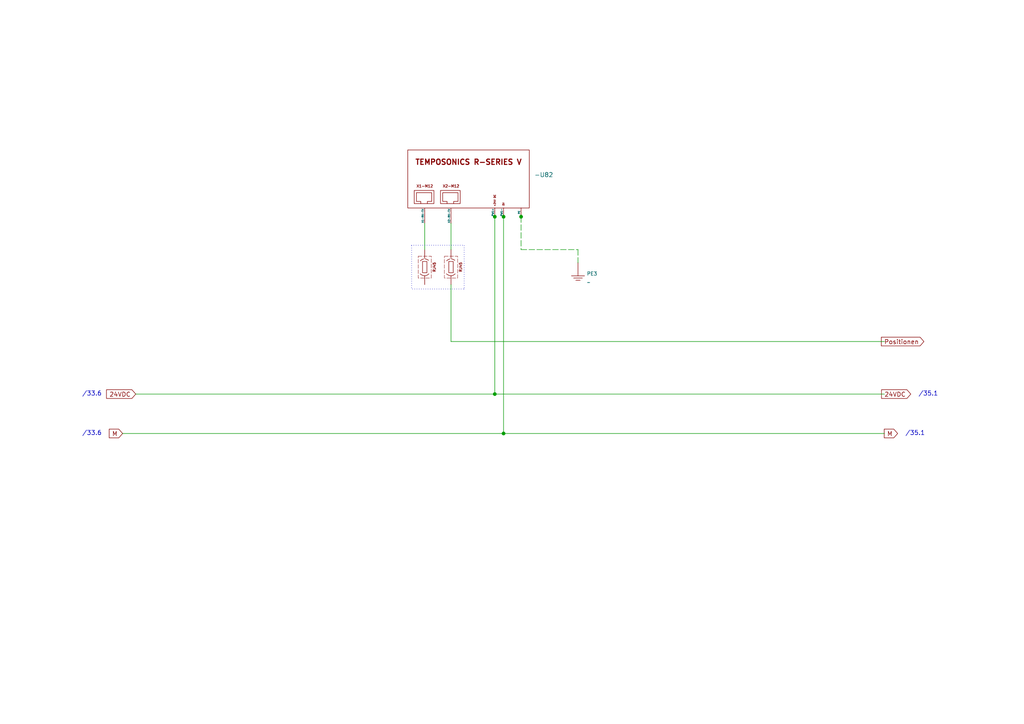
<source format=kicad_sch>
(kicad_sch (version 20250114) (generator "eeschema") (generator_version "9.0")
  (paper "A4")
  (title_block (comment 4 "15"))
  (lib_symbols
    (symbol "devices:Temposonics_(U)" (pin_numbers (hide yes)) (pin_names (offset 0)) (on_board no)
      (property "Reference" "-U" (at -20.574 9.652 0))
      (symbol "Temposonics_(U)_0_1"
        (rectangle (start -17.6212 8.5724) (end 17.6213 -8.2549))
        (rectangle (start -15.748 -3.175) (end -10.033 -6.985))
        (polyline (pts (xy -13.843 -6.985) (xy -13.843 -6.35) (xy -15.113 -6.35) (xy -15.113 -3.81) (xy -10.668 -3.81) (xy -10.668 -6.35) (xy -11.303 -6.35) (xy -11.938 -6.35) (xy -11.938 -6.985)))
        (rectangle (start -8.128 -3.175) (end -2.413 -6.985))
        (polyline (pts (xy -6.223 -6.985) (xy -6.223 -6.35) (xy -7.493 -6.35) (xy -7.493 -3.81) (xy -3.048 -3.81) (xy -3.048 -6.35) (xy -3.683 -6.35) (xy -4.318 -6.35) (xy -4.318 -6.985)))
      )
      (symbol "Temposonics_(U)_1_1"
        (text "X1-M12" (at -12.7 -1.905 0) (effects (font (size 0.762 0.762))))
        (text "X2-M12" (at -5.08 -1.905 0) (effects (font (size 0.762 0.762))))
        (text "TEMPOSONICS R-SERIES V" (at 0 5.08 0) (effects (font (size 1.524 1.524) (thickness 0.3048) (bold yes))))
        (text "+24V DC" (at 7.62 -6.096 900) (effects (font (size 0.508 0.508))))
        (text "0V" (at 10.16 -7.112 900) (effects (font (size 0.508 0.508))))
        (pin bidirectional line (at -12.7 -12.7 90) (length 4.318) (name "X1-RX-TX") (number "X1-RX-TX"))
        (pin bidirectional line (at -5.08 -12.7 90) (length 4.318) (name "X2-RX-TX") (number "X2-RX-TX"))
        (pin unspecified line (at 7.62 -10.795 90) (length 2.54) (name "PW1+") (number "PW1+"))
        (pin unspecified line (at 10.16 -10.795 90) (length 2.54) (name "PW1-") (number "PW1-"))
        (pin unspecified line (at 15.24 -10.795 90) (length 2.54) (name "PE") (number "PE"))
      )
    )
    (symbol "standart:PE" (pin_numbers (hide yes)) (pin_names (hide yes))
      (property "Reference" "PE" (at -3.302 2.794 0))
      (symbol "PE_0_1"
        (polyline (pts (xy -1.905 0) (xy 1.905 0)))
        (polyline (pts (xy -0.635 -1.27) (xy 0.635 -1.27)))
        (polyline (pts (xy 1.27 -0.635) (xy -1.27 -0.635)))
      )
      (symbol "PE_1_1"
        (pin passive line (at 0 3.81 270) (length 3.81) (name "") (number "PE"))
      )
    )
    (symbol "standart:Verbinder_RJ45_(X)" (pin_numbers (hide yes)) (pin_names (offset 0) (hide yes))
      (property "Reference" "-X" (at -5.08 4.318 0))
      (symbol "Verbinder_RJ45_(X)_1_1"
        (rectangle (start -1.905 3.175) (end 1.905 -3.175) (stroke (width 0.1016) (type dash)))
        (bezier (pts (xy -1.2707 1.8206) (xy -0.0007 3.0906) (xy 1.2693 1.8206) (xy 1.2693 1.8206)))
        (rectangle (start -0.635 1.6384) (end 0.635 -1.6384) (fill (type color)))
        (bezier (pts (xy 1.2058 -1.9472) (xy -0.0642 -3.2172) (xy -1.3342 -1.9472) (xy -1.3342 -1.9472)))
        (text "RJ45" (at 2.794 0 900) (effects (font (size 0.762 0.762))))
        (pin bidirectional line (at 0 5.08 270) (length 2.54) (name "1") (number "1"))
        (pin bidirectional line (at 0 -5.08 90) (length 2.54) (name "2") (number "2"))
      )
    )
  )
  (rectangle (start 119.38 71.12) (end 134.62 83.82) (stroke (width 0) (type dot)))
  (rectangle (start 134.62 83.82) (end 134.62 83.82))
  (text "/35.1" (at 265.43 125.73 0) (effects (font (size 1.27 1.27))))
  (text "/33.6" (at 26.67 114.3 0) (effects (font (size 1.27 1.27))))
  (text "/35.1" (at 269.24 114.3 0) (effects (font (size 1.27 1.27))))
  (text "/33.6" (at 26.67 125.73 0) (effects (font (size 1.27 1.27))))
  (junction (at 146.05 62.865))
  (junction (at 143.51 114.3))
  (junction (at 151.13 62.865))
  (junction (at 146.05 125.73))
  (junction (at 143.51 62.865))
  (wire (pts (xy 130.81 64.77) (xy 130.81 72.39)))
  (wire (pts (xy 151.13 62.23) (xy 151.13 62.865)))
  (wire (pts (xy 143.51 114.3) (xy 256.54 114.3)))
  (wire (pts (xy 151.13 62.865) (xy 151.13 72.39)) (stroke (width 0) (type dash)))
  (wire (pts (xy 143.51 62.23) (xy 143.51 62.865)))
  (wire (pts (xy 146.05 125.73) (xy 256.54 125.73)))
  (wire (pts (xy 35.56 125.73) (xy 146.05 125.73)))
  (wire (pts (xy 39.37 114.3) (xy 143.51 114.3)))
  (wire (pts (xy 167.64 72.39) (xy 167.64 76.2)) (stroke (width 0) (type dash)))
  (wire (pts (xy 151.13 72.39) (xy 167.64 72.39)) (stroke (width 0) (type dash)))
  (wire (pts (xy 146.05 62.865) (xy 146.05 125.73)))
  (wire (pts (xy 146.05 62.23) (xy 146.05 62.865)))
  (wire (pts (xy 130.81 82.55) (xy 130.81 99.06)))
  (wire (pts (xy 130.81 99.06) (xy 256.54 99.06)))
  (wire (pts (xy 123.19 64.77) (xy 123.19 72.39)))
  (wire (pts (xy 143.51 62.865) (xy 143.51 114.3)))
  (global_label "Positionen" (shape input) (at 267.97 99.06 180) (property "Intersheetrefs" "${INTERSHEET_REFS}" (effects (hide yes))))
  (global_label "24VDC" (shape input) (at 264.16 114.3 180) (property "Intersheetrefs" "${INTERSHEET_REFS}" (effects (hide yes))))
  (global_label "M" (shape input) (at 260.35 125.73 180) (property "Intersheetrefs" "${INTERSHEET_REFS}" (effects (hide yes))))
  (global_label "24VDC" (shape input) (at 39.37 114.3 180) (property "Intersheetrefs" "${INTERSHEET_REFS}" (effects (hide yes))))
  (global_label "M" (shape input) (at 35.56 125.73 180) (property "Intersheetrefs" "${INTERSHEET_REFS}" (effects (hide yes))))
  (symbol (lib_id "standart:Verbinder_RJ45_(X)") (at 130.81 77.47 0) (unit 1)
    (property "Reference" "-X14" (effects (hide yes)))
    (property "Description" "Verbinder LAN/ RJ45" (effects (hide yes)))
  )
  (symbol (lib_id "devices:Temposonics_(U)") (at 135.89 52.07 0) (unit 1) (on_board no)
    (property "Reference" "-U82" (at 154.94 50.7047 0) (effects (justify left)))
    (property "Description" "Höhen und Beschleunigungssensor" (effects (hide yes)))
    (property "Copyright" "(C) Adam Skotarczak" (effects (hide yes)))
  )
  (symbol (lib_id "standart:PE") (at 167.64 80.01 0) (unit 1)
    (property "Reference" "PE3" (at 170.18 79.3749 0) (effects (font (size 1.016 1.016)) (justify left)))
    (property "Value" "~" (at 170.18 81.9149 0) (effects (justify left)))
  )
  (symbol (lib_id "standart:Verbinder_RJ45_(X)") (at 123.19 77.47 0) (unit 1)
    (property "Reference" "-X13" (effects (hide yes)))
    (property "Description" "Verbinder LAN/ RJ45" (effects (hide yes)))
  )
  (sheet (at 323.85 0) (size 318.77 209.55) (stroke (width 0.1524))
    (property "Sheetname" "Druckmessung" (at 323.85 -0.7116 0) (effects (justify left bottom)))
    (property "Sheetfile" "Druckmessung.kicad_sch" (at 323.85 210.1346 0) (effects (justify left top)))
  )
)
</source>
